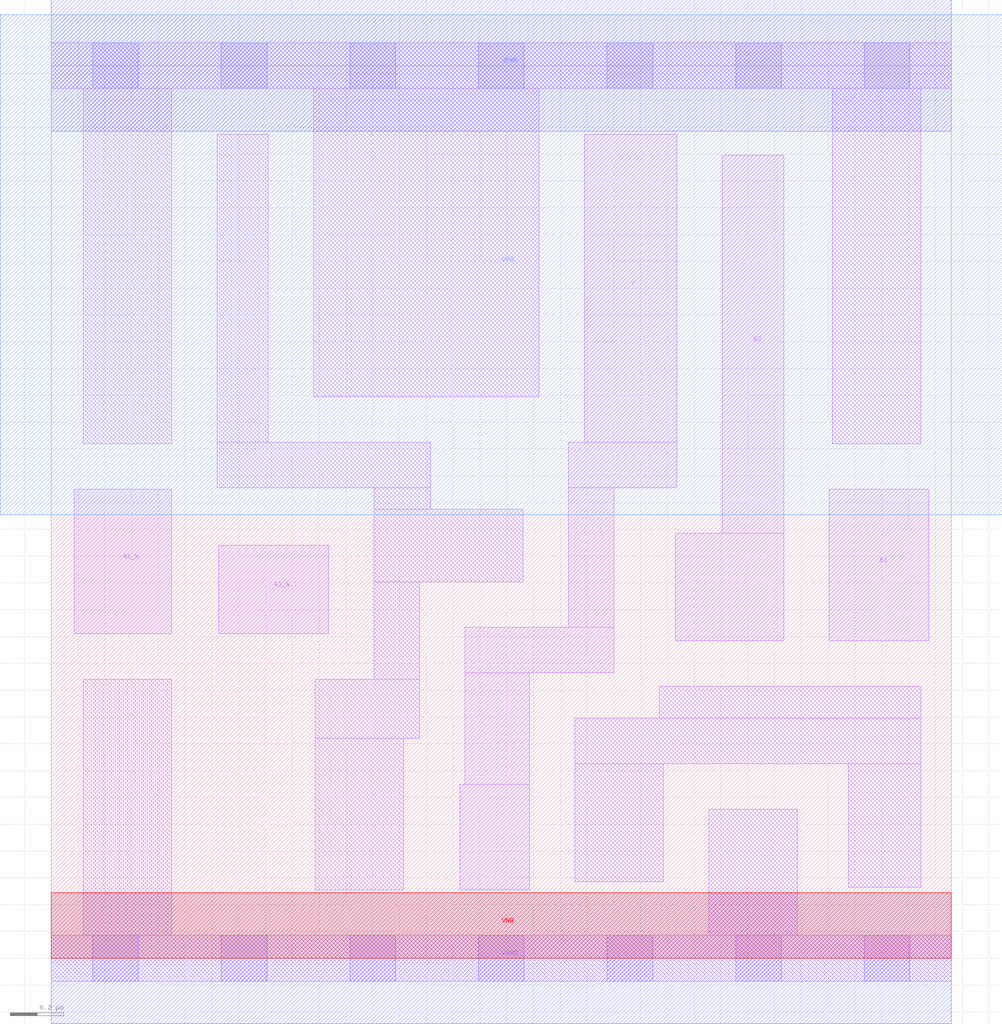
<source format=lef>
# Copyright 2020 The SkyWater PDK Authors
#
# Licensed under the Apache License, Version 2.0 (the "License");
# you may not use this file except in compliance with the License.
# You may obtain a copy of the License at
#
#     https://www.apache.org/licenses/LICENSE-2.0
#
# Unless required by applicable law or agreed to in writing, software
# distributed under the License is distributed on an "AS IS" BASIS,
# WITHOUT WARRANTIES OR CONDITIONS OF ANY KIND, either express or implied.
# See the License for the specific language governing permissions and
# limitations under the License.
#
# SPDX-License-Identifier: Apache-2.0

VERSION 5.7 ;
  NOWIREEXTENSIONATPIN ON ;
  DIVIDERCHAR "/" ;
  BUSBITCHARS "[]" ;
MACRO sky130_fd_sc_lp__o2bb2ai_1
  CLASS CORE ;
  FOREIGN sky130_fd_sc_lp__o2bb2ai_1 ;
  ORIGIN  0.000000  0.000000 ;
  SIZE  3.360000 BY  3.330000 ;
  SYMMETRY X Y R90 ;
  SITE unit ;
  PIN A1_N
    ANTENNAGATEAREA  0.315000 ;
    DIRECTION INPUT ;
    USE SIGNAL ;
    PORT
      LAYER li1 ;
        RECT 0.085000 1.210000 0.450000 1.750000 ;
    END
  END A1_N
  PIN A2_N
    ANTENNAGATEAREA  0.315000 ;
    DIRECTION INPUT ;
    USE SIGNAL ;
    PORT
      LAYER li1 ;
        RECT 0.625000 1.210000 1.035000 1.540000 ;
    END
  END A2_N
  PIN B1
    ANTENNAGATEAREA  0.315000 ;
    DIRECTION INPUT ;
    USE SIGNAL ;
    PORT
      LAYER li1 ;
        RECT 2.905000 1.185000 3.275000 1.750000 ;
    END
  END B1
  PIN B2
    ANTENNAGATEAREA  0.315000 ;
    DIRECTION INPUT ;
    USE SIGNAL ;
    PORT
      LAYER li1 ;
        RECT 2.330000 1.185000 2.735000 1.585000 ;
        RECT 2.505000 1.585000 2.735000 2.995000 ;
    END
  END B2
  PIN Y
    ANTENNADIFFAREA  0.676200 ;
    DIRECTION OUTPUT ;
    USE SIGNAL ;
    PORT
      LAYER li1 ;
        RECT 1.525000 0.255000 1.785000 0.650000 ;
        RECT 1.545000 0.650000 1.785000 1.065000 ;
        RECT 1.545000 1.065000 2.100000 1.235000 ;
        RECT 1.930000 1.235000 2.100000 1.755000 ;
        RECT 1.930000 1.755000 2.335000 1.925000 ;
        RECT 1.990000 1.925000 2.335000 3.075000 ;
    END
  END Y
  PIN VGND
    DIRECTION INOUT ;
    USE GROUND ;
    PORT
      LAYER met1 ;
        RECT 0.000000 -0.245000 3.360000 0.245000 ;
    END
  END VGND
  PIN VNB
    DIRECTION INOUT ;
    USE GROUND ;
    PORT
      LAYER pwell ;
        RECT 0.000000 0.000000 3.360000 0.245000 ;
    END
  END VNB
  PIN VPB
    DIRECTION INOUT ;
    USE POWER ;
    PORT
      LAYER nwell ;
        RECT -0.190000 1.655000 3.550000 3.520000 ;
    END
  END VPB
  PIN VPWR
    DIRECTION INOUT ;
    USE POWER ;
    PORT
      LAYER met1 ;
        RECT 0.000000 3.085000 3.360000 3.575000 ;
    END
  END VPWR
  OBS
    LAYER li1 ;
      RECT 0.000000 -0.085000 3.360000 0.085000 ;
      RECT 0.000000  3.245000 3.360000 3.415000 ;
      RECT 0.120000  0.085000 0.450000 1.040000 ;
      RECT 0.120000  1.920000 0.450000 3.245000 ;
      RECT 0.620000  1.755000 1.415000 1.925000 ;
      RECT 0.620000  1.925000 0.810000 3.075000 ;
      RECT 0.980000  2.095000 1.820000 3.245000 ;
      RECT 0.985000  0.255000 1.315000 0.820000 ;
      RECT 0.985000  0.820000 1.375000 1.040000 ;
      RECT 1.205000  1.040000 1.375000 1.405000 ;
      RECT 1.205000  1.405000 1.760000 1.675000 ;
      RECT 1.205000  1.675000 1.415000 1.755000 ;
      RECT 1.955000  0.285000 2.285000 0.725000 ;
      RECT 1.955000  0.725000 3.245000 0.895000 ;
      RECT 2.270000  0.895000 3.245000 1.015000 ;
      RECT 2.455000  0.085000 2.785000 0.555000 ;
      RECT 2.915000  1.920000 3.245000 3.245000 ;
      RECT 2.975000  0.265000 3.245000 0.725000 ;
    LAYER mcon ;
      RECT 0.155000 -0.085000 0.325000 0.085000 ;
      RECT 0.155000  3.245000 0.325000 3.415000 ;
      RECT 0.635000 -0.085000 0.805000 0.085000 ;
      RECT 0.635000  3.245000 0.805000 3.415000 ;
      RECT 1.115000 -0.085000 1.285000 0.085000 ;
      RECT 1.115000  3.245000 1.285000 3.415000 ;
      RECT 1.595000 -0.085000 1.765000 0.085000 ;
      RECT 1.595000  3.245000 1.765000 3.415000 ;
      RECT 2.075000 -0.085000 2.245000 0.085000 ;
      RECT 2.075000  3.245000 2.245000 3.415000 ;
      RECT 2.555000 -0.085000 2.725000 0.085000 ;
      RECT 2.555000  3.245000 2.725000 3.415000 ;
      RECT 3.035000 -0.085000 3.205000 0.085000 ;
      RECT 3.035000  3.245000 3.205000 3.415000 ;
  END
END sky130_fd_sc_lp__o2bb2ai_1
END LIBRARY

</source>
